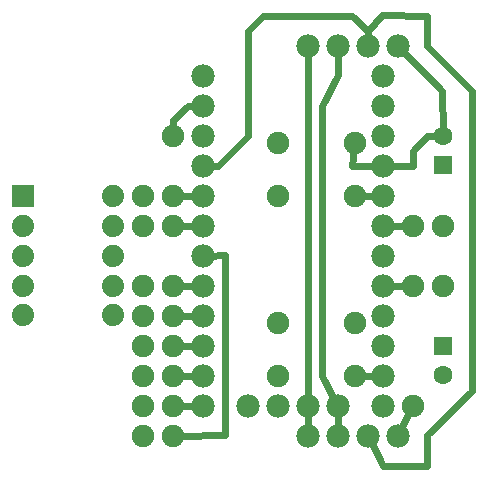
<source format=gtl>
G04 MADE WITH FRITZING*
G04 WWW.FRITZING.ORG*
G04 DOUBLE SIDED*
G04 HOLES PLATED*
G04 CONTOUR ON CENTER OF CONTOUR VECTOR*
%ASAXBY*%
%FSLAX23Y23*%
%MOIN*%
%OFA0B0*%
%SFA1.0B1.0*%
%ADD10C,0.078000*%
%ADD11C,0.074000*%
%ADD12C,0.075000*%
%ADD13C,0.062992*%
%ADD14C,0.075433*%
%ADD15R,0.074000X0.074000*%
%ADD16R,0.062992X0.062992*%
%ADD17C,0.024000*%
%LNCOPPER1*%
G90*
G70*
G54D10*
X1381Y1380D03*
X1381Y1280D03*
X1381Y1180D03*
X1381Y1080D03*
X1381Y980D03*
X1381Y880D03*
X1381Y780D03*
X1381Y680D03*
X1381Y580D03*
X1381Y480D03*
X1381Y380D03*
X1381Y280D03*
X1381Y1380D03*
X1381Y1280D03*
X1381Y1180D03*
X1381Y1080D03*
X1381Y980D03*
X1381Y880D03*
X1381Y780D03*
X1381Y680D03*
X1381Y580D03*
X1381Y480D03*
X1381Y380D03*
X1381Y280D03*
X781Y1380D03*
X781Y1280D03*
X781Y1180D03*
X781Y1080D03*
X781Y980D03*
X781Y880D03*
X781Y780D03*
X781Y680D03*
X781Y580D03*
X781Y480D03*
X781Y380D03*
X781Y280D03*
X781Y1380D03*
X781Y1280D03*
X781Y1180D03*
X781Y1080D03*
X781Y980D03*
X781Y880D03*
X781Y780D03*
X781Y680D03*
X781Y580D03*
X781Y480D03*
X781Y380D03*
X781Y280D03*
G54D11*
X181Y980D03*
X181Y880D03*
X181Y780D03*
X181Y680D03*
X181Y581D03*
X481Y581D03*
X481Y680D03*
X481Y780D03*
X481Y880D03*
X482Y980D03*
G54D12*
X1581Y680D03*
X1481Y680D03*
X1581Y680D03*
X1481Y680D03*
X681Y180D03*
X581Y180D03*
X681Y180D03*
X581Y180D03*
X681Y280D03*
X581Y280D03*
X681Y280D03*
X581Y280D03*
X681Y380D03*
X581Y380D03*
X681Y380D03*
X581Y380D03*
X681Y480D03*
X581Y480D03*
X681Y480D03*
X581Y480D03*
X681Y580D03*
X581Y580D03*
X681Y580D03*
X581Y580D03*
X681Y680D03*
X581Y680D03*
X681Y680D03*
X581Y680D03*
X681Y880D03*
X581Y880D03*
X681Y880D03*
X581Y880D03*
X681Y980D03*
X581Y980D03*
X681Y980D03*
X581Y980D03*
G54D13*
X1581Y1081D03*
X1581Y1180D03*
X1581Y480D03*
X1581Y381D03*
G54D12*
X1287Y980D03*
X1031Y980D03*
X1287Y1157D03*
X1031Y1157D03*
X1287Y380D03*
X1031Y380D03*
X1287Y557D03*
X1031Y557D03*
X1581Y880D03*
X1481Y880D03*
X1581Y880D03*
X1481Y880D03*
G54D10*
X931Y280D03*
X1031Y280D03*
X1131Y280D03*
X1231Y280D03*
X931Y280D03*
X1031Y280D03*
X1131Y280D03*
X1231Y280D03*
X1131Y1480D03*
X1231Y1480D03*
X1331Y1480D03*
X1431Y1480D03*
X1131Y1480D03*
X1231Y1480D03*
X1331Y1480D03*
X1431Y1480D03*
X1131Y180D03*
X1231Y180D03*
X1331Y180D03*
X1431Y180D03*
X1131Y180D03*
X1231Y180D03*
X1331Y180D03*
X1431Y180D03*
G54D14*
X1481Y280D03*
X681Y1180D03*
G54D15*
X181Y979D03*
G54D16*
X1581Y1081D03*
X1581Y480D03*
G54D17*
X855Y181D02*
X698Y180D01*
D02*
X855Y781D02*
X855Y181D01*
D02*
X800Y780D02*
X855Y781D01*
D02*
X1280Y1080D02*
X1285Y1140D01*
D02*
X1362Y1080D02*
X1280Y1080D01*
D02*
X1362Y980D02*
X1304Y980D01*
D02*
X1481Y1080D02*
X1400Y1080D01*
D02*
X1481Y1129D02*
X1481Y1080D01*
D02*
X1530Y1180D02*
X1481Y1129D01*
D02*
X1565Y1180D02*
X1530Y1180D01*
D02*
X1400Y880D02*
X1463Y880D01*
D02*
X1400Y680D02*
X1463Y680D01*
D02*
X1304Y380D02*
X1362Y380D01*
D02*
X732Y1279D02*
X762Y1280D01*
D02*
X681Y1231D02*
X732Y1279D01*
D02*
X681Y1198D02*
X681Y1231D01*
D02*
X762Y980D02*
X698Y980D01*
D02*
X762Y880D02*
X698Y880D01*
D02*
X762Y680D02*
X698Y680D01*
D02*
X762Y580D02*
X698Y580D01*
D02*
X762Y480D02*
X698Y480D01*
D02*
X762Y380D02*
X698Y380D01*
D02*
X762Y280D02*
X698Y280D01*
D02*
X1131Y199D02*
X1131Y261D01*
D02*
X1231Y199D02*
X1231Y261D01*
D02*
X1530Y181D02*
X1530Y79D01*
D02*
X1530Y79D02*
X1381Y79D01*
D02*
X1381Y79D02*
X1331Y181D01*
D02*
X1331Y181D02*
X1332Y199D01*
D02*
X1473Y264D02*
X1439Y197D01*
D02*
X1331Y1529D02*
X1280Y1580D01*
D02*
X1280Y1580D02*
X981Y1580D01*
D02*
X1331Y1499D02*
X1331Y1529D01*
D02*
X981Y1580D02*
X931Y1529D01*
D02*
X831Y1080D02*
X800Y1080D01*
D02*
X931Y1180D02*
X831Y1080D01*
D02*
X931Y1529D02*
X931Y1180D01*
D02*
X1680Y1330D02*
X1680Y329D01*
D02*
X1680Y329D02*
X1530Y181D01*
D02*
X1530Y1480D02*
X1680Y1330D01*
D02*
X1530Y1580D02*
X1530Y1480D01*
D02*
X1380Y1581D02*
X1530Y1580D01*
D02*
X1331Y1529D02*
X1380Y1581D01*
D02*
X1331Y1499D02*
X1331Y1529D01*
D02*
X1580Y1330D02*
X1444Y1466D01*
D02*
X1581Y1196D02*
X1580Y1330D01*
D02*
X1180Y380D02*
X1222Y297D01*
D02*
X1180Y1279D02*
X1180Y380D01*
D02*
X1231Y1381D02*
X1180Y1279D01*
D02*
X1231Y1461D02*
X1231Y1381D01*
D02*
X1131Y299D02*
X1131Y1461D01*
G04 End of Copper1*
M02*
</source>
